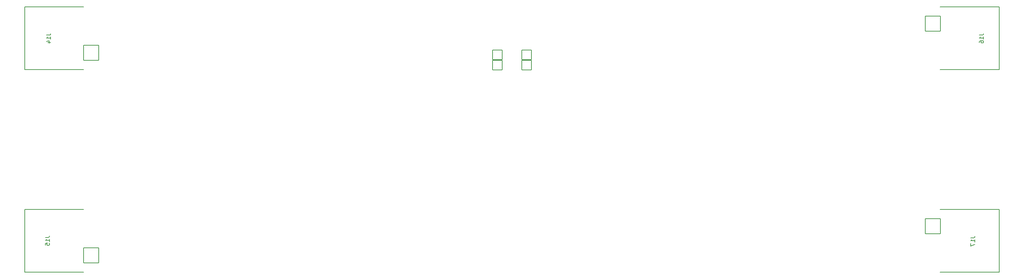
<source format=gbo>
G04 #@! TF.GenerationSoftware,KiCad,Pcbnew,8.0.4*
G04 #@! TF.CreationDate,2025-02-19T19:20:14+01:00*
G04 #@! TF.ProjectId,Quiver_PDB_01,51756976-6572-45f5-9044-425f30312e6b,rev?*
G04 #@! TF.SameCoordinates,Original*
G04 #@! TF.FileFunction,Legend,Bot*
G04 #@! TF.FilePolarity,Positive*
%FSLAX46Y46*%
G04 Gerber Fmt 4.6, Leading zero omitted, Abs format (unit mm)*
G04 Created by KiCad (PCBNEW 8.0.4) date 2025-02-19 19:20:14*
%MOMM*%
%LPD*%
G01*
G04 APERTURE LIST*
G04 Aperture macros list*
%AMRoundRect*
0 Rectangle with rounded corners*
0 $1 Rounding radius*
0 $2 $3 $4 $5 $6 $7 $8 $9 X,Y pos of 4 corners*
0 Add a 4 corners polygon primitive as box body*
4,1,4,$2,$3,$4,$5,$6,$7,$8,$9,$2,$3,0*
0 Add four circle primitives for the rounded corners*
1,1,$1+$1,$2,$3*
1,1,$1+$1,$4,$5*
1,1,$1+$1,$6,$7*
1,1,$1+$1,$8,$9*
0 Add four rect primitives between the rounded corners*
20,1,$1+$1,$2,$3,$4,$5,0*
20,1,$1+$1,$4,$5,$6,$7,0*
20,1,$1+$1,$6,$7,$8,$9,0*
20,1,$1+$1,$8,$9,$2,$3,0*%
G04 Aperture macros list end*
%ADD10C,0.150000*%
%ADD11C,0.127000*%
%ADD12C,0.100000*%
%ADD13C,2.650000*%
%ADD14C,2.400000*%
%ADD15C,3.054000*%
%ADD16RoundRect,0.102000X1.200000X1.200000X-1.200000X1.200000X-1.200000X-1.200000X1.200000X-1.200000X0*%
%ADD17C,1.550000*%
%ADD18R,1.950000X1.950000*%
%ADD19C,1.950000*%
%ADD20R,2.025000X2.025000*%
%ADD21C,2.025000*%
%ADD22C,5.000000*%
%ADD23C,2.300000*%
%ADD24C,2.754000*%
%ADD25RoundRect,0.102000X1.275000X1.275000X-1.275000X1.275000X-1.275000X-1.275000X1.275000X-1.275000X0*%
%ADD26C,1.712000*%
%ADD27RoundRect,0.102000X-1.858000X1.858000X-1.858000X-1.858000X1.858000X-1.858000X1.858000X1.858000X0*%
%ADD28C,3.920000*%
%ADD29O,2.604000X1.404000*%
%ADD30RoundRect,0.102000X1.858000X-1.858000X1.858000X1.858000X-1.858000X1.858000X-1.858000X-1.858000X0*%
G04 APERTURE END LIST*
D10*
X35454583Y-57590119D02*
X36169183Y-57590119D01*
X36169183Y-57590119D02*
X36312103Y-57542479D01*
X36312103Y-57542479D02*
X36407384Y-57447199D01*
X36407384Y-57447199D02*
X36455024Y-57304279D01*
X36455024Y-57304279D02*
X36455024Y-57208999D01*
X36455024Y-58590560D02*
X36455024Y-58018880D01*
X36455024Y-58304720D02*
X35454583Y-58304720D01*
X35454583Y-58304720D02*
X35597503Y-58209440D01*
X35597503Y-58209440D02*
X35692783Y-58114160D01*
X35692783Y-58114160D02*
X35740423Y-58018880D01*
X35788063Y-59448081D02*
X36455024Y-59448081D01*
X35406943Y-59209881D02*
X36121543Y-58971681D01*
X36121543Y-58971681D02*
X36121543Y-59591001D01*
X265054583Y-57590119D02*
X265769183Y-57590119D01*
X265769183Y-57590119D02*
X265912103Y-57542479D01*
X265912103Y-57542479D02*
X266007384Y-57447199D01*
X266007384Y-57447199D02*
X266055024Y-57304279D01*
X266055024Y-57304279D02*
X266055024Y-57208999D01*
X266055024Y-58590560D02*
X266055024Y-58018880D01*
X266055024Y-58304720D02*
X265054583Y-58304720D01*
X265054583Y-58304720D02*
X265197503Y-58209440D01*
X265197503Y-58209440D02*
X265292783Y-58114160D01*
X265292783Y-58114160D02*
X265340423Y-58018880D01*
X265054583Y-59448081D02*
X265054583Y-59257521D01*
X265054583Y-59257521D02*
X265102223Y-59162241D01*
X265102223Y-59162241D02*
X265149863Y-59114601D01*
X265149863Y-59114601D02*
X265292783Y-59019321D01*
X265292783Y-59019321D02*
X265483343Y-58971681D01*
X265483343Y-58971681D02*
X265864463Y-58971681D01*
X265864463Y-58971681D02*
X265959743Y-59019321D01*
X265959743Y-59019321D02*
X266007384Y-59066961D01*
X266007384Y-59066961D02*
X266055024Y-59162241D01*
X266055024Y-59162241D02*
X266055024Y-59352801D01*
X266055024Y-59352801D02*
X266007384Y-59448081D01*
X266007384Y-59448081D02*
X265959743Y-59495721D01*
X265959743Y-59495721D02*
X265864463Y-59543361D01*
X265864463Y-59543361D02*
X265626263Y-59543361D01*
X265626263Y-59543361D02*
X265530983Y-59495721D01*
X265530983Y-59495721D02*
X265483343Y-59448081D01*
X265483343Y-59448081D02*
X265435703Y-59352801D01*
X265435703Y-59352801D02*
X265435703Y-59162241D01*
X265435703Y-59162241D02*
X265483343Y-59066961D01*
X265483343Y-59066961D02*
X265530983Y-59019321D01*
X265530983Y-59019321D02*
X265626263Y-58971681D01*
X262954583Y-107690119D02*
X263669183Y-107690119D01*
X263669183Y-107690119D02*
X263812103Y-107642479D01*
X263812103Y-107642479D02*
X263907384Y-107547199D01*
X263907384Y-107547199D02*
X263955024Y-107404279D01*
X263955024Y-107404279D02*
X263955024Y-107308999D01*
X263955024Y-108690560D02*
X263955024Y-108118880D01*
X263955024Y-108404720D02*
X262954583Y-108404720D01*
X262954583Y-108404720D02*
X263097503Y-108309440D01*
X263097503Y-108309440D02*
X263192783Y-108214160D01*
X263192783Y-108214160D02*
X263240423Y-108118880D01*
X262954583Y-109024041D02*
X262954583Y-109691001D01*
X262954583Y-109691001D02*
X263955024Y-109262241D01*
X35154583Y-107590119D02*
X35869183Y-107590119D01*
X35869183Y-107590119D02*
X36012103Y-107542479D01*
X36012103Y-107542479D02*
X36107384Y-107447199D01*
X36107384Y-107447199D02*
X36155024Y-107304279D01*
X36155024Y-107304279D02*
X36155024Y-107208999D01*
X36155024Y-108590560D02*
X36155024Y-108018880D01*
X36155024Y-108304720D02*
X35154583Y-108304720D01*
X35154583Y-108304720D02*
X35297503Y-108209440D01*
X35297503Y-108209440D02*
X35392783Y-108114160D01*
X35392783Y-108114160D02*
X35440423Y-108018880D01*
X35154583Y-109495721D02*
X35154583Y-109019321D01*
X35154583Y-109019321D02*
X35630983Y-108971681D01*
X35630983Y-108971681D02*
X35583343Y-109019321D01*
X35583343Y-109019321D02*
X35535703Y-109114601D01*
X35535703Y-109114601D02*
X35535703Y-109352801D01*
X35535703Y-109352801D02*
X35583343Y-109448081D01*
X35583343Y-109448081D02*
X35630983Y-109495721D01*
X35630983Y-109495721D02*
X35726263Y-109543361D01*
X35726263Y-109543361D02*
X35964463Y-109543361D01*
X35964463Y-109543361D02*
X36059743Y-109495721D01*
X36059743Y-109495721D02*
X36107384Y-109448081D01*
X36107384Y-109448081D02*
X36155024Y-109352801D01*
X36155024Y-109352801D02*
X36155024Y-109114601D01*
X36155024Y-109114601D02*
X36107384Y-109019321D01*
X36107384Y-109019321D02*
X36059743Y-108971681D01*
D11*
X30050000Y-50650000D02*
X30050000Y-66150000D01*
X30050000Y-66150000D02*
X44600000Y-66150000D01*
X44600000Y-50650000D02*
X30050000Y-50650000D01*
X255400000Y-66150000D02*
X269950000Y-66150000D01*
X269950000Y-50650000D02*
X255400000Y-50650000D01*
X269950000Y-66150000D02*
X269950000Y-50650000D01*
X255400000Y-116150000D02*
X269950000Y-116150000D01*
X269950000Y-100650000D02*
X255400000Y-100650000D01*
X269950000Y-116150000D02*
X269950000Y-100650000D01*
X30050000Y-100650000D02*
X30050000Y-116150000D01*
X30050000Y-116150000D02*
X44600000Y-116150000D01*
X44600000Y-100650000D02*
X30050000Y-100650000D01*
%LPC*%
D12*
X50100000Y-112800000D02*
X137200000Y-112800000D01*
X137200000Y-116200000D01*
X48700000Y-116200000D01*
X45200000Y-113400000D01*
X47900000Y-110600000D01*
X50100000Y-112800000D01*
G36*
X50100000Y-112800000D02*
G01*
X137200000Y-112800000D01*
X137200000Y-116200000D01*
X48700000Y-116200000D01*
X45200000Y-113400000D01*
X47900000Y-110600000D01*
X50100000Y-112800000D01*
G37*
X251800000Y-56800000D02*
X178900000Y-56800000D01*
X164000000Y-71600000D01*
X161900000Y-69500000D01*
X178500000Y-52800000D01*
X251800000Y-52800000D01*
X251800000Y-56800000D01*
G36*
X251800000Y-56800000D02*
G01*
X178900000Y-56800000D01*
X164000000Y-71600000D01*
X161900000Y-69500000D01*
X178500000Y-52800000D01*
X251800000Y-52800000D01*
X251800000Y-56800000D01*
G37*
X255000000Y-113400000D02*
X251500000Y-116200000D01*
X163000000Y-116200000D01*
X163000000Y-112800000D01*
X250100000Y-112800000D01*
X252300000Y-110600000D01*
X255000000Y-113400000D01*
G36*
X255000000Y-113400000D02*
G01*
X251500000Y-116200000D01*
X163000000Y-116200000D01*
X163000000Y-112800000D01*
X250100000Y-112800000D01*
X252300000Y-110600000D01*
X255000000Y-113400000D01*
G37*
X128902037Y-78597963D02*
X126802037Y-80697963D01*
X110102037Y-63897963D01*
X46502037Y-63997963D01*
X46502037Y-59997963D01*
X110502037Y-59897963D01*
X128902037Y-78597963D01*
G36*
X128902037Y-78597963D02*
G01*
X126802037Y-80697963D01*
X110102037Y-63897963D01*
X46502037Y-63997963D01*
X46502037Y-59997963D01*
X110502037Y-59897963D01*
X128902037Y-78597963D01*
G37*
X251700000Y-106700000D02*
X173100000Y-106700000D01*
X171600000Y-104100000D01*
X173400000Y-103100000D01*
X251700000Y-103100000D01*
X251700000Y-106700000D01*
G36*
X251700000Y-106700000D02*
G01*
X173100000Y-106700000D01*
X171600000Y-104100000D01*
X173400000Y-103100000D01*
X251700000Y-103100000D01*
X251700000Y-106700000D01*
G37*
X166200000Y-51800000D02*
X165138118Y-53229091D01*
X154838118Y-63529091D01*
X152300000Y-61329091D01*
X163938118Y-49229091D01*
X166200000Y-49229091D01*
X166200000Y-51800000D01*
G36*
X166200000Y-51800000D02*
G01*
X165138118Y-53229091D01*
X154838118Y-63529091D01*
X152300000Y-61329091D01*
X163938118Y-49229091D01*
X166200000Y-49229091D01*
X166200000Y-51800000D01*
G37*
X128500000Y-104200000D02*
X127100000Y-106600000D01*
X46300000Y-106600000D01*
X46300000Y-103000000D01*
X126700000Y-103000000D01*
X128500000Y-104200000D01*
G36*
X128500000Y-104200000D02*
G01*
X127100000Y-106600000D01*
X46300000Y-106600000D01*
X46300000Y-103000000D01*
X126700000Y-103000000D01*
X128500000Y-104200000D01*
G37*
X147700000Y-61300000D02*
X145100000Y-63500000D01*
X134800000Y-53200000D01*
X133700000Y-51800000D01*
X133700000Y-49300000D01*
X136200000Y-49300000D01*
X147700000Y-61300000D01*
G36*
X147700000Y-61300000D02*
G01*
X145100000Y-63500000D01*
X134800000Y-53200000D01*
X133700000Y-51800000D01*
X133700000Y-49300000D01*
X136200000Y-49300000D01*
X147700000Y-61300000D01*
G37*
X253500000Y-60000000D02*
X253500000Y-64000000D01*
X189900000Y-63900000D01*
X173200000Y-80700000D01*
X171100000Y-78600000D01*
X189500000Y-59900000D01*
X253500000Y-60000000D01*
G36*
X253500000Y-60000000D02*
G01*
X253500000Y-64000000D01*
X189900000Y-63900000D01*
X173200000Y-80700000D01*
X171100000Y-78600000D01*
X189500000Y-59900000D01*
X253500000Y-60000000D01*
G37*
X138102037Y-69497963D02*
X136002037Y-71597963D01*
X121102037Y-56797963D01*
X46602037Y-56897963D01*
X46602037Y-52897963D01*
X121502037Y-52797963D01*
X138102037Y-69497963D01*
G36*
X138102037Y-69497963D02*
G01*
X136002037Y-71597963D01*
X121102037Y-56797963D01*
X46602037Y-56897963D01*
X46602037Y-52897963D01*
X121502037Y-52797963D01*
X138102037Y-69497963D01*
G37*
D13*
X190000000Y-124955000D03*
D14*
X183960000Y-123750000D03*
X183960000Y-126250000D03*
X187460000Y-123750000D03*
X187460000Y-126250000D03*
X192540000Y-123750000D03*
X192540000Y-126250000D03*
X196040000Y-123750000D03*
X196040000Y-126250000D03*
D15*
X137012882Y-70500000D03*
X127762882Y-79500000D03*
X127762882Y-105500000D03*
X137012882Y-114500000D03*
X172262882Y-79500000D03*
X163012882Y-70500000D03*
X163012882Y-114500000D03*
X172262882Y-105500000D03*
D16*
X153612882Y-65000000D03*
X153612882Y-62500000D03*
X146412882Y-65000000D03*
X146412882Y-62500000D03*
D17*
X140962882Y-113350000D03*
X140962882Y-116200000D03*
X143546215Y-113350000D03*
X143546215Y-116200000D03*
X146129549Y-113350000D03*
X146129549Y-116200000D03*
X148712882Y-113350000D03*
X148712882Y-116200000D03*
X151312882Y-113350000D03*
X151312882Y-116200000D03*
X153896215Y-113350000D03*
X153896215Y-116200000D03*
X156479549Y-113350000D03*
X156479549Y-116200000D03*
X159062882Y-113350000D03*
X159062882Y-116200000D03*
D13*
X220000000Y-125045000D03*
D14*
X226040000Y-126250000D03*
X226040000Y-123750000D03*
X222540000Y-126250000D03*
X222540000Y-123750000D03*
X217460000Y-126250000D03*
X217460000Y-123750000D03*
X213960000Y-126250000D03*
X213960000Y-123750000D03*
D18*
X262000000Y-85800000D03*
D19*
X262000000Y-81990000D03*
X262000000Y-78180000D03*
X262000000Y-74370000D03*
X262000000Y-70560000D03*
D18*
X245550000Y-38200000D03*
D19*
X241740000Y-38200000D03*
X237930000Y-38200000D03*
X234120000Y-38200000D03*
X230310000Y-38200000D03*
X226500000Y-38200000D03*
D20*
X112600000Y-38200000D03*
D21*
X116410000Y-38200000D03*
D18*
X262000000Y-135700000D03*
D19*
X262000000Y-131890000D03*
X262000000Y-128080000D03*
X262000000Y-124270000D03*
X262000000Y-120460000D03*
D22*
X132000000Y-47000000D03*
D23*
X128190000Y-50810000D03*
X130730000Y-50810000D03*
X133270000Y-50810000D03*
X135810000Y-50810000D03*
X135810000Y-48270000D03*
X135810000Y-45730000D03*
X135810000Y-43190000D03*
X133270000Y-43190000D03*
X130730000Y-43190000D03*
X128190000Y-43190000D03*
X128190000Y-45730000D03*
X128190000Y-48270000D03*
D22*
X168000000Y-47000000D03*
D23*
X164190000Y-50810000D03*
X166730000Y-50810000D03*
X169270000Y-50810000D03*
X171810000Y-50810000D03*
X171810000Y-48270000D03*
X171810000Y-45730000D03*
X171810000Y-43190000D03*
X169270000Y-43190000D03*
X166730000Y-43190000D03*
X164190000Y-43190000D03*
X164190000Y-45730000D03*
X164190000Y-48270000D03*
D20*
X53200000Y-38200000D03*
D21*
X57010000Y-38200000D03*
X60820000Y-38200000D03*
X64630000Y-38200000D03*
D24*
X173700000Y-142150000D03*
D25*
X168700000Y-142150000D03*
D26*
X165700000Y-147150000D03*
X176700000Y-147150000D03*
D13*
X90000000Y-125045000D03*
D14*
X96040000Y-126250000D03*
X96040000Y-123750000D03*
X92540000Y-126250000D03*
X92540000Y-123750000D03*
X87460000Y-126250000D03*
X87460000Y-123750000D03*
X83960000Y-126250000D03*
X83960000Y-123750000D03*
D20*
X139800000Y-141650000D03*
D21*
X135990000Y-141650000D03*
D18*
X38000000Y-120500000D03*
D19*
X38000000Y-124310000D03*
X38000000Y-128120000D03*
X38000000Y-131930000D03*
X38000000Y-135740000D03*
D20*
X159600000Y-141650000D03*
D21*
X155790000Y-141650000D03*
X151980000Y-141650000D03*
X148170000Y-141650000D03*
D18*
X95000000Y-38200000D03*
D19*
X91190000Y-38200000D03*
X87380000Y-38200000D03*
X83570000Y-38200000D03*
X79760000Y-38200000D03*
X75950000Y-38200000D03*
X72140000Y-38200000D03*
D20*
X102000000Y-38200000D03*
D21*
X105810000Y-38200000D03*
D18*
X218400000Y-38200000D03*
D19*
X214590000Y-38200000D03*
X210780000Y-38200000D03*
X206970000Y-38200000D03*
X203160000Y-38200000D03*
X199350000Y-38200000D03*
X195540000Y-38200000D03*
X191730000Y-38200000D03*
X187920000Y-38200000D03*
X184110000Y-38200000D03*
D20*
X127600000Y-141650000D03*
D21*
X123790000Y-141650000D03*
D18*
X38000000Y-70600000D03*
D19*
X38000000Y-74410000D03*
X38000000Y-78220000D03*
X38000000Y-82030000D03*
X38000000Y-85840000D03*
D27*
X46400000Y-62000000D03*
D28*
X46400000Y-54800000D03*
D29*
X40400000Y-65150000D03*
X40400000Y-51650000D03*
D30*
X253600000Y-54800000D03*
D28*
X253600000Y-62000000D03*
D29*
X259600000Y-51650000D03*
X259600000Y-65150000D03*
D30*
X253600000Y-104800000D03*
D28*
X253600000Y-112000000D03*
D29*
X259600000Y-101650000D03*
X259600000Y-115150000D03*
D27*
X46400000Y-112000000D03*
D28*
X46400000Y-104800000D03*
D29*
X40400000Y-115150000D03*
X40400000Y-101650000D03*
%LPD*%
M02*

</source>
